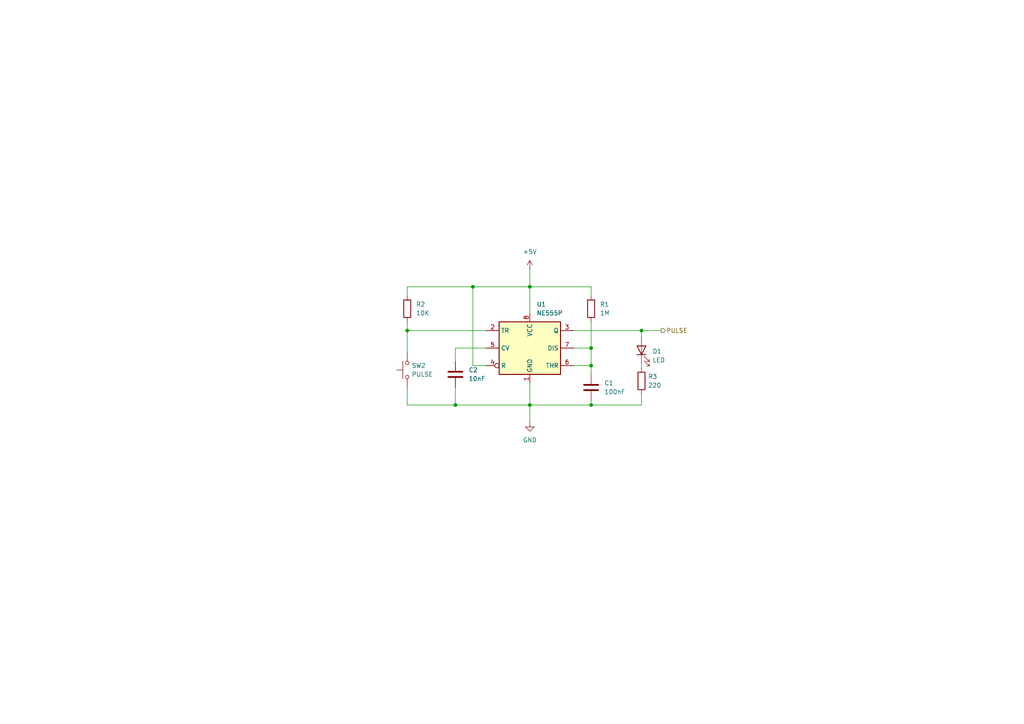
<source format=kicad_sch>
(kicad_sch (version 20230121) (generator eeschema)
  (paper "A4")
  (lib_symbols
    (symbol "Device:C" (pin_numbers hide) (pin_names (offset 0.254))
      (property "Reference" "C" (at 0.635 2.54 0))
      (property "Value" "C" (at 0.635 -2.54 0))
      (symbol "C_0_1"
        (polyline (pts (xy -2.032 -0.762) (xy 2.032 -0.762)) (stroke (width 0.508)))
        (polyline (pts (xy -2.032 0.762) (xy 2.032 0.762)) (stroke (width 0.508)))
      )
      (symbol "C_1_1"
        (pin passive line (at 0 3.81 270) (length 2.794) (name "~") (number "1"))
        (pin passive line (at 0 -3.81 90) (length 2.794) (name "~") (number "2"))
      )
    )
    (symbol "Device:LED" (pin_numbers hide) (pin_names (offset 1.016) hide)
      (property "Reference" "D" (at 0 2.54 0))
      (property "Value" "LED" (at 0 -2.54 0))
      (symbol "LED_0_1"
        (polyline (pts (xy -1.27 -1.27) (xy -1.27 1.27)) (stroke (width 0.254)))
        (polyline (pts (xy -1.27 0) (xy 1.27 0)))
        (polyline (pts (xy 1.27 -1.27) (xy 1.27 1.27) (xy -1.27 0) (xy 1.27 -1.27)) (stroke (width 0.254)))
        (polyline (pts (xy -3.048 -0.762) (xy -4.572 -2.286) (xy -3.81 -2.286) (xy -4.572 -2.286) (xy -4.572 -1.524)))
        (polyline (pts (xy -1.778 -0.762) (xy -3.302 -2.286) (xy -2.54 -2.286) (xy -3.302 -2.286) (xy -3.302 -1.524)))
      )
      (symbol "LED_1_1"
        (pin passive line (at -3.81 0 0) (length 2.54) (name "K") (number "1"))
        (pin passive line (at 3.81 0 180) (length 2.54) (name "A") (number "2"))
      )
    )
    (symbol "Device:R" (pin_numbers hide) (pin_names (offset 0))
      (property "Reference" "R" (at 2.032 0 90))
      (property "Value" "R" (at 0 0 90))
      (symbol "R_0_1"
        (rectangle (start -1.016 -2.54) (end 1.016 2.54) (stroke (width 0.254)))
      )
      (symbol "R_1_1"
        (pin passive line (at 0 3.81 270) (length 1.27) (name "~") (number "1"))
        (pin passive line (at 0 -3.81 90) (length 1.27) (name "~") (number "2"))
      )
    )
    (symbol "Switch:SW_Push" (pin_numbers hide) (pin_names (offset 1.016) hide)
      (property "Reference" "SW" (at 1.27 2.54 0))
      (property "Value" "SW_Push" (at 0 -1.524 0))
      (symbol "SW_Push_0_1"
        (circle (center -2.032 0) (radius 0.508))
        (polyline (pts (xy 0 1.27) (xy 0 3.048)))
        (polyline (pts (xy 2.54 1.27) (xy -2.54 1.27)))
        (circle (center 2.032 0) (radius 0.508))
        (pin passive line (at -5.08 0 0) (length 2.54) (name "1") (number "1"))
        (pin passive line (at 5.08 0 180) (length 2.54) (name "2") (number "2"))
      )
    )
    (symbol "Timer:NE555P"
      (property "Reference" "U" (at -10.16 8.89 0))
      (property "Value" "NE555P" (at 2.54 8.89 0))
      (symbol "NE555P_0_0"
        (pin power_in line (at 0 -10.16 90) (length 2.54) (name "GND") (number "1"))
        (pin power_in line (at 0 10.16 270) (length 2.54) (name "VCC") (number "8"))
      )
      (symbol "NE555P_0_1"
        (rectangle (start -8.89 -7.62) (end 8.89 7.62) (stroke (width 0.254)) (fill (type background)))
        (rectangle (start -8.89 -7.62) (end 8.89 7.62) (stroke (width 0.254)) (fill (type background)))
      )
      (symbol "NE555P_1_1"
        (pin input line (at -12.7 5.08 0) (length 3.81) (name "TR") (number "2"))
        (pin output line (at 12.7 5.08 180) (length 3.81) (name "Q") (number "3"))
        (pin input inverted (at -12.7 -5.08 0) (length 3.81) (name "R") (number "4"))
        (pin input line (at -12.7 0 0) (length 3.81) (name "CV") (number "5"))
        (pin input line (at 12.7 -5.08 180) (length 3.81) (name "THR") (number "6"))
        (pin input line (at 12.7 0 180) (length 3.81) (name "DIS") (number "7"))
      )
    )
    (symbol "power:+5V" (power) (pin_names (offset 0))
      (property "Value" "+5V" (at 0 3.556 0))
      (symbol "+5V_0_1"
        (polyline (pts (xy -0.762 1.27) (xy 0 2.54)))
        (polyline (pts (xy 0 0) (xy 0 2.54)))
        (polyline (pts (xy 0 2.54) (xy 0.762 1.27)))
      )
      (symbol "+5V_1_1"
        (pin power_in line (at 0 0 90) (length 0) hide (name "+5V") (number "1"))
      )
    )
    (symbol "power:GND" (power) (pin_names (offset 0))
      (property "Value" "GND" (at 0 -3.81 0))
      (symbol "GND_0_1"
        (polyline (pts (xy 0 0) (xy 0 -1.27) (xy 1.27 -1.27) (xy 0 -2.54) (xy -1.27 -1.27) (xy 0 -1.27)))
      )
      (symbol "GND_1_1"
        (pin power_in line (at 0 0 270) (length 0) hide (name "GND") (number "1"))
      )
    )
  )
  (junction (at 137.16 83.185))
  (junction (at 171.45 117.475))
  (junction (at 186.055 95.885))
  (junction (at 153.67 117.475))
  (junction (at 171.45 106.045))
  (junction (at 153.67 83.185))
  (junction (at 118.11 95.885))
  (junction (at 171.45 100.965))
  (junction (at 132.08 117.475))
  (wire (pts (xy 153.67 83.185) (xy 137.16 83.185)))
  (wire (pts (xy 171.45 117.475) (xy 171.45 116.205)))
  (wire (pts (xy 153.67 111.125) (xy 153.67 117.475)))
  (wire (pts (xy 137.16 106.045) (xy 140.97 106.045)))
  (wire (pts (xy 166.37 95.885) (xy 186.055 95.885)))
  (wire (pts (xy 118.11 95.885) (xy 118.11 93.345)))
  (wire (pts (xy 132.08 112.395) (xy 132.08 117.475)))
  (wire (pts (xy 186.055 114.3) (xy 186.055 117.475)))
  (wire (pts (xy 171.45 83.185) (xy 153.67 83.185)))
  (wire (pts (xy 118.11 83.185) (xy 137.16 83.185)))
  (wire (pts (xy 166.37 100.965) (xy 171.45 100.965)))
  (wire (pts (xy 153.67 78.105) (xy 153.67 83.185)))
  (wire (pts (xy 171.45 100.965) (xy 171.45 106.045)))
  (wire (pts (xy 171.45 85.725) (xy 171.45 83.185)))
  (wire (pts (xy 118.11 95.885) (xy 118.11 102.235)))
  (wire (pts (xy 153.67 83.185) (xy 153.67 90.805)))
  (wire (pts (xy 186.055 95.885) (xy 191.77 95.885)))
  (wire (pts (xy 140.97 100.965) (xy 132.08 100.965)))
  (wire (pts (xy 137.16 83.185) (xy 137.16 106.045)))
  (wire (pts (xy 166.37 106.045) (xy 171.45 106.045)))
  (wire (pts (xy 132.08 117.475) (xy 153.67 117.475)))
  (wire (pts (xy 153.67 117.475) (xy 153.67 122.555)))
  (wire (pts (xy 171.45 93.345) (xy 171.45 100.965)))
  (wire (pts (xy 118.11 117.475) (xy 132.08 117.475)))
  (wire (pts (xy 153.67 117.475) (xy 171.45 117.475)))
  (wire (pts (xy 118.11 112.395) (xy 118.11 117.475)))
  (wire (pts (xy 140.97 95.885) (xy 118.11 95.885)))
  (wire (pts (xy 171.45 106.045) (xy 171.45 108.585)))
  (wire (pts (xy 171.45 117.475) (xy 186.055 117.475)))
  (wire (pts (xy 186.055 105.41) (xy 186.055 106.68)))
  (wire (pts (xy 118.11 85.725) (xy 118.11 83.185)))
  (wire (pts (xy 186.055 95.885) (xy 186.055 97.79)))
  (wire (pts (xy 132.08 100.965) (xy 132.08 104.775)))
  (hierarchical_label "PULSE" (shape output) (at 191.77 95.885 0))
  (symbol (lib_id "Device:R") (at 186.055 110.49 0) (unit 1)
    (property "Reference" "R3" (at 187.96 109.22 0) (effects (justify left)))
    (property "Value" "220" (at 187.96 111.76 0) (effects (justify left)))
    (property "Footprint" "Resistor_THT:R_Axial_DIN0207_L6.3mm_D2.5mm_P10.16mm_Horizontal" (effects hide))
  )
  (symbol (lib_id "power:GND") (at 153.67 122.555 0) (unit 1)
    (property "Reference" "#PWR04" (effects hide))
    (property "Value" "GND" (at 153.67 127.635 0))
  )
  (symbol (lib_id "Device:LED") (at 186.055 101.6 90) (unit 1)
    (property "Reference" "D1" (at 189.23 101.9175 90) (effects (justify right)))
    (property "Value" "LED" (at 189.23 104.4575 90) (effects (justify right)))
    (property "Footprint" "LED_THT:LED_D5.0mm" (effects hide))
  )
  (symbol (lib_id "Switch:SW_Push") (at 118.11 107.315 90) (unit 1)
    (property "Reference" "SW2" (at 119.38 106.045 90) (effects (justify right)))
    (property "Value" "PULSE" (at 119.38 108.585 90) (effects (justify right)))
    (property "Footprint" "Button_Switch_THT:SW_PUSH_6mm" (effects hide))
  )
  (symbol (lib_id "Timer:NE555P") (at 153.67 100.965 0) (unit 1)
    (property "Reference" "U1" (at 155.6259 88.265 0) (effects (justify left)))
    (property "Value" "NE555P" (at 155.6259 90.805 0) (effects (justify left)))
    (property "Footprint" "Package_DIP:DIP-8_W7.62mm" (effects hide))
    (property "Datasheet" "http://www.ti.com/lit/ds/symlink/ne555.pdf" (effects hide))
  )
  (symbol (lib_id "Device:C") (at 132.08 108.585 0) (unit 1)
    (property "Reference" "C2" (at 135.89 107.315 0) (effects (justify left)))
    (property "Value" "10nF" (at 135.89 109.855 0) (effects (justify left)))
    (property "Footprint" "Capacitor_THT:C_Disc_D5.0mm_W2.5mm_P2.50mm" (effects hide))
    (instances (project "DigitalProtoBoard" (path "" (reference "C2") (unit 1)) (path "" (reference "C1") (unit 1))))
  )
  (symbol (lib_id "Device:R") (at 118.11 89.535 0) (unit 1)
    (property "Reference" "R2" (at 120.65 88.265 0) (effects (justify left)))
    (property "Value" "10K" (at 120.65 90.805 0) (effects (justify left)))
    (property "Footprint" "Resistor_THT:R_Axial_DIN0207_L6.3mm_D2.5mm_P10.16mm_Horizontal" (effects hide))
    (instances (project "DigitalProtoBoard" (path "" (reference "R2") (unit 1)) (path "" (reference "R1") (unit 1))))
  )
  (symbol (lib_id "Device:R") (at 171.45 89.535 0) (unit 1)
    (property "Reference" "R1" (at 173.99 88.265 0) (effects (justify left)))
    (property "Value" "1M" (at 173.99 90.805 0) (effects (justify left)))
    (property "Footprint" "Resistor_THT:R_Axial_DIN0207_L6.3mm_D2.5mm_P10.16mm_Horizontal" (effects hide))
    (instances (project "DigitalProtoBoard" (path "" (reference "R1") (unit 1)) (path "" (reference "R2") (unit 1))))
  )
  (symbol (lib_id "Device:C") (at 171.45 112.395 0) (unit 1)
    (property "Reference" "C1" (at 175.26 111.125 0) (effects (justify left)))
    (property "Value" "100nF" (at 175.26 113.665 0) (effects (justify left)))
    (property "Footprint" "Capacitor_THT:C_Disc_D5.0mm_W2.5mm_P2.50mm" (effects hide))
    (instances (project "DigitalProtoBoard" (path "" (reference "C1") (unit 1)) (path "" (reference "C2") (unit 1))))
  )
  (symbol (lib_id "power:+5V") (at 153.67 78.105 0) (unit 1)
    (property "Reference" "#PWR03" (effects hide))
    (property "Value" "+5V" (at 153.67 73.025 0))
  )
)
</source>
